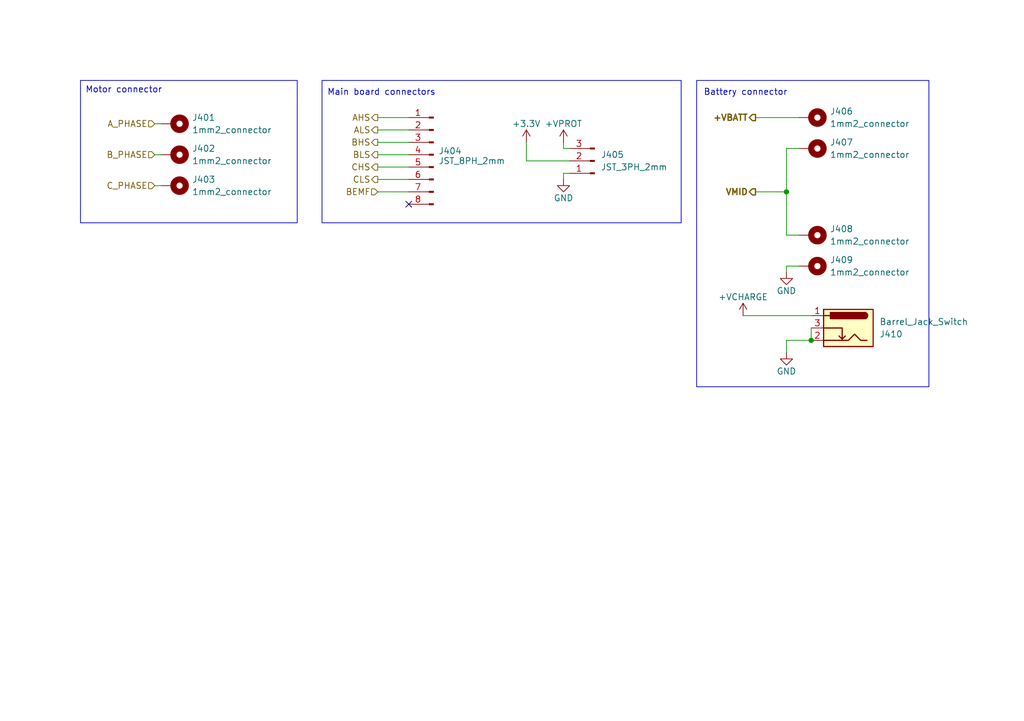
<source format=kicad_sch>
(kicad_sch (version 20250114) (generator "eeschema") (generator_version "9.0")
  (paper "A5")
  (title_block (title "SPROJ3EE ESC & BMS") (date "2025-10-25") (rev "1.0") (company "SDU") (comment 1 "Author: Theodor E. D. Hansen"))
  (lib_symbols
    (symbol "Connector:Barrel_Jack_Switch" (pin_names (hide yes))
      (property "Reference" "J" (at 0 5.334 0))
      (property "Value" "Barrel_Jack_Switch" (at 0 -5.08 0))
      (symbol "Barrel_Jack_Switch_0_1"
        (rectangle (start -5.08 3.81) (end 5.08 -3.81) (stroke (width 0.254)) (fill (type background)))
        (polyline (pts (xy -3.81 -2.54) (xy -2.54 -2.54) (xy -1.27 -1.27) (xy 0 -2.54) (xy 2.54 -2.54) (xy 5.08 -2.54)) (stroke (width 0.254)))
        (arc (start -3.302 1.905) (mid -3.9343 2.54) (end -3.302 3.175) (stroke (width 0.254)))
        (arc (start -3.302 1.905) (mid -3.9343 2.54) (end -3.302 3.175) (stroke (width 0.254)) (fill (type outline)))
        (polyline (pts (xy 1.27 -2.286) (xy 1.905 -1.651)) (stroke (width 0.254)))
        (rectangle (start 3.683 3.175) (end -3.302 1.905) (stroke (width 0.254)) (fill (type outline)))
        (polyline (pts (xy 5.08 2.54) (xy 3.81 2.54)) (stroke (width 0.254)))
        (polyline (pts (xy 5.08 0) (xy 1.27 0) (xy 1.27 -2.286) (xy 0.635 -1.651)) (stroke (width 0.254)))
      )
      (symbol "Barrel_Jack_Switch_1_1"
        (pin passive line (at 7.62 2.54 180) (length 2.54) (name "~") (number "1"))
        (pin passive line (at 7.62 0 180) (length 2.54) (name "~") (number "3"))
        (pin passive line (at 7.62 -2.54 180) (length 2.54) (name "~") (number "2"))
      )
    )
    (symbol "Connector:Conn_01x03_Pin" (pin_names (offset 1.016) (hide yes))
      (property "Reference" "J" (at 0 5.08 0))
      (property "Value" "Conn_01x03_Pin" (at 0 -5.08 0))
      (symbol "Conn_01x03_Pin_1_1"
        (rectangle (start 0.8636 2.667) (end 0 2.413) (stroke (width 0.1524)) (fill (type outline)))
        (rectangle (start 0.8636 0.127) (end 0 -0.127) (stroke (width 0.1524)) (fill (type outline)))
        (rectangle (start 0.8636 -2.413) (end 0 -2.667) (stroke (width 0.1524)) (fill (type outline)))
        (polyline (pts (xy 1.27 2.54) (xy 0.8636 2.54)) (stroke (width 0.1524)))
        (polyline (pts (xy 1.27 0) (xy 0.8636 0)) (stroke (width 0.1524)))
        (polyline (pts (xy 1.27 -2.54) (xy 0.8636 -2.54)) (stroke (width 0.1524)))
        (pin passive line (at 5.08 2.54 180) (length 3.81) (name "Pin_1") (number "1"))
        (pin passive line (at 5.08 0 180) (length 3.81) (name "Pin_2") (number "2"))
        (pin passive line (at 5.08 -2.54 180) (length 3.81) (name "Pin_3") (number "3"))
      )
    )
    (symbol "Connector:Conn_01x08_Pin" (pin_names (offset 1.016) (hide yes))
      (property "Reference" "J" (at 0 10.16 0))
      (property "Value" "Conn_01x08_Pin" (at 0 -12.7 0))
      (symbol "Conn_01x08_Pin_1_1"
        (rectangle (start 0.8636 7.747) (end 0 7.493) (stroke (width 0.1524)) (fill (type outline)))
        (rectangle (start 0.8636 5.207) (end 0 4.953) (stroke (width 0.1524)) (fill (type outline)))
        (rectangle (start 0.8636 2.667) (end 0 2.413) (stroke (width 0.1524)) (fill (type outline)))
        (rectangle (start 0.8636 0.127) (end 0 -0.127) (stroke (width 0.1524)) (fill (type outline)))
        (rectangle (start 0.8636 -2.413) (end 0 -2.667) (stroke (width 0.1524)) (fill (type outline)))
        (rectangle (start 0.8636 -4.953) (end 0 -5.207) (stroke (width 0.1524)) (fill (type outline)))
        (rectangle (start 0.8636 -7.493) (end 0 -7.747) (stroke (width 0.1524)) (fill (type outline)))
        (rectangle (start 0.8636 -10.033) (end 0 -10.287) (stroke (width 0.1524)) (fill (type outline)))
        (polyline (pts (xy 1.27 7.62) (xy 0.8636 7.62)) (stroke (width 0.1524)))
        (polyline (pts (xy 1.27 5.08) (xy 0.8636 5.08)) (stroke (width 0.1524)))
        (polyline (pts (xy 1.27 2.54) (xy 0.8636 2.54)) (stroke (width 0.1524)))
        (polyline (pts (xy 1.27 0) (xy 0.8636 0)) (stroke (width 0.1524)))
        (polyline (pts (xy 1.27 -2.54) (xy 0.8636 -2.54)) (stroke (width 0.1524)))
        (polyline (pts (xy 1.27 -5.08) (xy 0.8636 -5.08)) (stroke (width 0.1524)))
        (polyline (pts (xy 1.27 -7.62) (xy 0.8636 -7.62)) (stroke (width 0.1524)))
        (polyline (pts (xy 1.27 -10.16) (xy 0.8636 -10.16)) (stroke (width 0.1524)))
        (pin passive line (at 5.08 7.62 180) (length 3.81) (name "Pin_1") (number "1"))
        (pin passive line (at 5.08 5.08 180) (length 3.81) (name "Pin_2") (number "2"))
        (pin passive line (at 5.08 2.54 180) (length 3.81) (name "Pin_3") (number "3"))
        (pin passive line (at 5.08 0 180) (length 3.81) (name "Pin_4") (number "4"))
        (pin passive line (at 5.08 -2.54 180) (length 3.81) (name "Pin_5") (number "5"))
        (pin passive line (at 5.08 -5.08 180) (length 3.81) (name "Pin_6") (number "6"))
        (pin passive line (at 5.08 -7.62 180) (length 3.81) (name "Pin_7") (number "7"))
        (pin passive line (at 5.08 -10.16 180) (length 3.81) (name "Pin_8") (number "8"))
      )
    )
    (symbol "Mechanical:MountingHole_Pad" (pin_numbers (hide yes)) (pin_names (offset 1.016) (hide yes)) (in_bom no)
      (property "Reference" "H" (at 0 6.35 0))
      (property "Value" "MountingHole_Pad" (at 0 4.445 0))
      (symbol "MountingHole_Pad_0_1"
        (circle (center 0 1.27) (radius 1.27) (stroke (width 1.27)))
      )
      (symbol "MountingHole_Pad_1_1"
        (pin input line (at 0 -2.54 90) (length 2.54) (name "1") (number "1"))
      )
    )
    (symbol "power:+3.3V" (power) (pin_numbers (hide yes)) (pin_names (offset 0) (hide yes))
      (property "Value" "+3.3V" (at 0 3.556 0))
      (symbol "+3.3V_0_1"
        (polyline (pts (xy -0.762 1.27) (xy 0 2.54)))
        (polyline (pts (xy 0 2.54) (xy 0.762 1.27)))
        (polyline (pts (xy 0 0) (xy 0 2.54)))
      )
      (symbol "+3.3V_1_1"
        (pin power_in line (at 0 0 90) (length 0) (name "~") (number "1"))
      )
    )
    (symbol "power:GND" (power) (pin_numbers (hide yes)) (pin_names (offset 0) (hide yes))
      (property "Value" "GND" (at 0 -3.81 0))
      (symbol "GND_0_1"
        (polyline (pts (xy 0 0) (xy 0 -1.27) (xy 1.27 -1.27) (xy 0 -2.54) (xy -1.27 -1.27) (xy 0 -1.27)))
      )
      (symbol "GND_1_1"
        (pin power_in line (at 0 0 270) (length 0) (name "~") (number "1"))
      )
    )
    (symbol "power:VBUS" (power) (pin_numbers (hide yes)) (pin_names (offset 0) (hide yes))
      (property "Value" "VBUS" (at 0 3.556 0))
      (symbol "VBUS_0_1"
        (polyline (pts (xy -0.762 1.27) (xy 0 2.54)))
        (polyline (pts (xy 0 2.54) (xy 0.762 1.27)))
        (polyline (pts (xy 0 0) (xy 0 2.54)))
      )
      (symbol "VBUS_1_1"
        (pin power_in line (at 0 0 90) (length 0) (name "~") (number "1"))
      )
    )
  )
  (rectangle (start 66.04 16.51) (end 139.7 45.72))
  (rectangle (start 142.875 16.51) (end 190.5 79.375))
  (rectangle (start 16.51 16.51) (end 60.96 45.72))
  (text "Main board connectors" (at 78.232 19.05 0) (effects (font (size 1.27 1.27))))
  (text "Motor connector" (at 25.4 18.542 0) (effects (font (size 1.27 1.27))))
  (text "Battery connector" (at 152.908 19.05 0) (effects (font (size 1.27 1.27))))
  (junction (at 161.29 39.37))
  (junction (at 166.37 69.85))
  (no_connect (at 83.82 41.91))
  (wire (pts (xy 83.82 24.13) (xy 77.47 24.13)))
  (wire (pts (xy 161.29 30.48) (xy 161.29 39.37)))
  (wire (pts (xy 152.4 64.77) (xy 166.37 64.77)))
  (wire (pts (xy 83.82 34.29) (xy 77.47 34.29)))
  (wire (pts (xy 161.29 39.37) (xy 161.29 48.26)))
  (wire (pts (xy 161.29 48.26) (xy 163.83 48.26)))
  (wire (pts (xy 107.95 29.21) (xy 107.95 33.02)))
  (wire (pts (xy 161.29 54.61) (xy 161.29 55.88)))
  (wire (pts (xy 161.29 69.85) (xy 166.37 69.85)))
  (wire (pts (xy 107.95 33.02) (xy 116.84 33.02)))
  (wire (pts (xy 83.82 31.75) (xy 77.47 31.75)))
  (wire (pts (xy 115.57 30.48) (xy 115.57 29.21)))
  (wire (pts (xy 83.82 36.83) (xy 77.47 36.83)))
  (wire (pts (xy 154.94 24.13) (xy 163.83 24.13)))
  (wire (pts (xy 154.94 39.37) (xy 161.29 39.37)))
  (wire (pts (xy 31.75 31.75) (xy 33.02 31.75)))
  (wire (pts (xy 83.82 39.37) (xy 77.47 39.37)))
  (wire (pts (xy 83.82 29.21) (xy 77.47 29.21)))
  (wire (pts (xy 163.83 54.61) (xy 161.29 54.61)))
  (wire (pts (xy 115.57 35.56) (xy 115.57 36.83)))
  (wire (pts (xy 166.37 67.31) (xy 166.37 69.85)))
  (wire (pts (xy 161.29 69.85) (xy 161.29 72.39)))
  (wire (pts (xy 163.83 30.48) (xy 161.29 30.48)))
  (wire (pts (xy 116.84 35.56) (xy 115.57 35.56)))
  (wire (pts (xy 83.82 26.67) (xy 77.47 26.67)))
  (wire (pts (xy 31.75 25.4) (xy 33.02 25.4)))
  (wire (pts (xy 116.84 30.48) (xy 115.57 30.48)))
  (wire (pts (xy 31.75 38.1) (xy 33.02 38.1)))
  (hierarchical_label "A_PHASE" (shape input) (at 31.75 25.4 180))
  (hierarchical_label "BEMF" (shape input) (at 77.47 39.37 180))
  (hierarchical_label "C_PHASE" (shape input) (at 31.75 38.1 180))
  (hierarchical_label "+VBATT" (shape output) (at 154.94 24.13 180) (effects (font (thickness 0.254) (bold yes))))
  (hierarchical_label "AHS" (shape output) (at 77.47 24.13 180))
  (hierarchical_label "ALS" (shape output) (at 77.47 26.67 180))
  (hierarchical_label "CLS" (shape output) (at 77.47 36.83 180))
  (hierarchical_label "BHS" (shape output) (at 77.47 29.21 180))
  (hierarchical_label "CHS" (shape output) (at 77.47 34.29 180))
  (hierarchical_label "BLS" (shape output) (at 77.47 31.75 180))
  (hierarchical_label "VMID" (shape output) (at 154.94 39.37 180) (effects (font (thickness 0.254) (bold yes))))
  (hierarchical_label "B_PHASE" (shape input) (at 31.75 31.75 180))
  (symbol (lib_id "Mechanical:MountingHole_Pad") (at 166.37 24.13 270) (unit 1) (in_bom no)
    (property "Reference" "J406" (at 170.18 22.8599 90) (effects (justify left)))
    (property "Value" "1mm2_connector" (at 170.18 25.3999 90) (effects (justify left)))
    (property "Footprint" "Connector_Wire:SolderWire-1sqmm_1x01_D1.4mm_OD2.7mm" (effects (hide yes)))
    (property "Description" "Mounting Hole with connection" (effects (hide yes)))
  )
  (symbol (lib_id "Connector:Conn_01x08_Pin") (at 88.9 31.75 0) (mirror y) (unit 1)
    (property "Reference" "J404" (at 89.916 30.988 0) (effects (justify right)))
    (property "Value" "JST_8PH_2mm" (at 89.916 33.02 0) (effects (justify right)))
    (property "Footprint" "Connector_JST:JST_PH_B8B-PH-K_1x08_P2.00mm_Vertical" (effects (hide yes)))
    (property "Description" "Generic connector, single row, 01x08, script generated" (effects (hide yes)))
  )
  (symbol (lib_id "power:VBUS") (at 152.4 64.77 0) (unit 1)
    (property "Reference" "#PWR0406" (effects (hide yes)))
    (property "Value" "+VCHARGE" (at 152.4 60.96 0))
    (property "Description" "Power symbol creates a global label with name \"VBUS\"" (effects (hide yes)))
  )
  (symbol (lib_id "Connector:Conn_01x03_Pin") (at 121.92 33.02 180) (unit 1)
    (property "Reference" "J405" (at 123.19 31.7499 0) (effects (justify right)))
    (property "Value" "JST_3PH_2mm" (at 123.19 34.2899 0) (effects (justify right)))
    (property "Footprint" "Connector_JST:JST_PH_B3B-PH-K_1x03_P2.00mm_Vertical" (effects (hide yes)))
    (property "Description" "Generic connector, single row, 01x03, script generated" (effects (hide yes)))
  )
  (symbol (lib_id "Mechanical:MountingHole_Pad") (at 166.37 54.61 270) (unit 1) (in_bom no)
    (property "Reference" "J409" (at 170.18 53.3399 90) (effects (justify left)))
    (property "Value" "1mm2_connector" (at 170.18 55.8799 90) (effects (justify left)))
    (property "Footprint" "Connector_Wire:SolderWire-1sqmm_1x01_D1.4mm_OD2.7mm" (effects (hide yes)))
    (property "Description" "Mounting Hole with connection" (effects (hide yes)))
  )
  (symbol (lib_id "power:GND") (at 115.57 36.83 0) (unit 1)
    (property "Reference" "#PWR0403" (effects (hide yes)))
    (property "Value" "GND" (at 115.57 40.64 0))
    (property "Description" "Power symbol creates a global label with name \"GND\" , ground" (effects (hide yes)))
  )
  (symbol (lib_id "Mechanical:MountingHole_Pad") (at 166.37 30.48 270) (unit 1) (in_bom no)
    (property "Reference" "J407" (at 170.18 29.2099 90) (effects (justify left)))
    (property "Value" "1mm2_connector" (at 170.18 31.7499 90) (effects (justify left)))
    (property "Footprint" "Connector_Wire:SolderWire-1sqmm_1x01_D1.4mm_OD2.7mm" (effects (hide yes)))
    (property "Description" "Mounting Hole with connection" (effects (hide yes)))
  )
  (symbol (lib_id "power:GND") (at 161.29 55.88 0) (unit 1)
    (property "Reference" "#PWR0404" (effects (hide yes)))
    (property "Value" "GND" (at 161.29 59.69 0))
    (property "Description" "Power symbol creates a global label with name \"GND\" , ground" (effects (hide yes)))
  )
  (symbol (lib_id "power:GND") (at 161.29 72.39 0) (unit 1)
    (property "Reference" "#PWR0405" (effects (hide yes)))
    (property "Value" "GND" (at 161.29 76.2 0))
    (property "Description" "Power symbol creates a global label with name \"GND\" , ground" (effects (hide yes)))
  )
  (symbol (lib_id "Mechanical:MountingHole_Pad") (at 35.56 38.1 270) (unit 1) (in_bom no)
    (property "Reference" "J403" (at 39.37 36.8299 90) (effects (justify left)))
    (property "Value" "1mm2_connector" (at 39.37 39.3699 90) (effects (justify left)))
    (property "Footprint" "Connector_Wire:SolderWire-1sqmm_1x01_D1.4mm_OD2.7mm" (effects (hide yes)))
    (property "Description" "Mounting Hole with connection" (effects (hide yes)))
  )
  (symbol (lib_id "Mechanical:MountingHole_Pad") (at 35.56 25.4 270) (unit 1) (in_bom no)
    (property "Reference" "J401" (at 39.37 24.1299 90) (effects (justify left)))
    (property "Value" "1mm2_connector" (at 39.37 26.6699 90) (effects (justify left)))
    (property "Footprint" "Connector_Wire:SolderWire-1sqmm_1x01_D1.4mm_OD2.7mm" (effects (hide yes)))
    (property "Description" "Mounting Hole with connection" (effects (hide yes)))
  )
  (symbol (lib_id "Mechanical:MountingHole_Pad") (at 35.56 31.75 270) (unit 1) (in_bom no)
    (property "Reference" "J402" (at 39.37 30.4799 90) (effects (justify left)))
    (property "Value" "1mm2_connector" (at 39.37 33.0199 90) (effects (justify left)))
    (property "Footprint" "Connector_Wire:SolderWire-1sqmm_1x01_D1.4mm_OD2.7mm" (effects (hide yes)))
    (property "Description" "Mounting Hole with connection" (effects (hide yes)))
  )
  (symbol (lib_id "Mechanical:MountingHole_Pad") (at 166.37 48.26 270) (unit 1) (in_bom no)
    (property "Reference" "J408" (at 170.18 46.9899 90) (effects (justify left)))
    (property "Value" "1mm2_connector" (at 170.18 49.5299 90) (effects (justify left)))
    (property "Footprint" "Connector_Wire:SolderWire-1sqmm_1x01_D1.4mm_OD2.7mm" (effects (hide yes)))
    (property "Description" "Mounting Hole with connection" (effects (hide yes)))
  )
  (symbol (lib_id "power:VBUS") (at 115.57 29.21 0) (unit 1)
    (property "Reference" "#PWR0402" (effects (hide yes)))
    (property "Value" "+VPROT" (at 115.57 25.4 0))
    (property "Description" "Power symbol creates a global label with name \"VBUS\"" (effects (hide yes)))
  )
  (symbol (lib_id "Connector:Barrel_Jack_Switch") (at 173.99 67.31 0) (mirror y) (unit 1)
    (property "Reference" "J410" (at 180.34 68.5801 0) (effects (justify right)))
    (property "Value" "Barrel_Jack_Switch" (at 180.34 66.0401 0) (effects (justify right)))
    (property "Footprint" "Connector_BarrelJack:BarrelJack_Horizontal" (effects (hide yes)))
    (property "Description" "DC Barrel Jack with an internal switch" (effects (hide yes)))
  )
  (symbol (lib_id "power:+3.3V") (at 107.95 29.21 0) (unit 1)
    (property "Reference" "#PWR0401" (effects (hide yes)))
    (property "Value" "+3.3V" (at 107.95 25.4 0))
    (property "Description" "Power symbol creates a global label with name \"+3.3V\"" (effects (hide yes)))
  )
)
</source>
